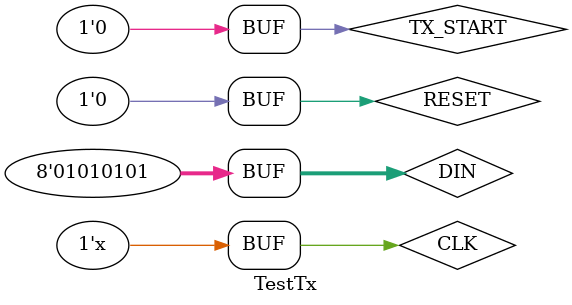
<source format=v>
`timescale 1ns / 1ps


module TestTx;

	// Inputs
	reg CLK;
	reg RESET;
	reg TX_START;
	reg [7:0] DIN;

	// Outputs
	wire TX_DONE;
	wire TX;
	wire [1:0] STATE;

	// Instantiate the Unit Under Test (UUT)
	Tx uut (
		.CLK(CLK), 
		.RESET(RESET), 
		.TICK(TICK), 
		.TX_START(TX_START), 
		.DIN(DIN), 
		.TX_DONE(TX_DONE), 
		.TX(TX), 
		.STATE(STATE)
	);
	
		BaudRateGen  
	#(
		.N(8),
		.M(163)
	)
	brg
	(
		.CLK(CLK),
		.RESET(RESET),
		.TICK(TICK)

	);

	initial begin
		// Initialize Inputs
		CLK = 0;
		RESET = 1;
		TX_START = 0;
		
		#10 
		RESET = 0;

		// Wait 100 ns for global reset to finish
		#100;
		DIN= 8'b01010101;			//bit de inicio
		
		#2
		TX_START =1;
		#2
		TX_START = 0;
		
		
        
		// Add stimulus here
	end
	
	always begin
	#1 CLK<=~CLK;
	end
      
endmodule


</source>
